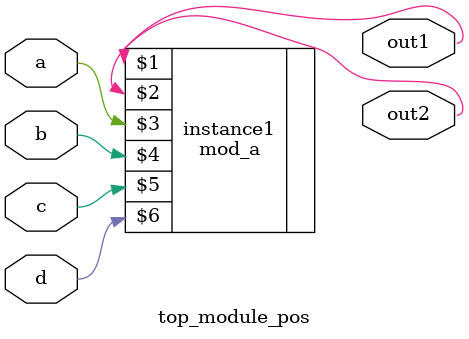
<source format=v>
module top_module_pos (
    input a, 
    input b, 
    input c,
    input d,
    output out1,
    output out2
);

    mod_a instance1(out1, out2, a, b, c, d);

endmodule
</source>
